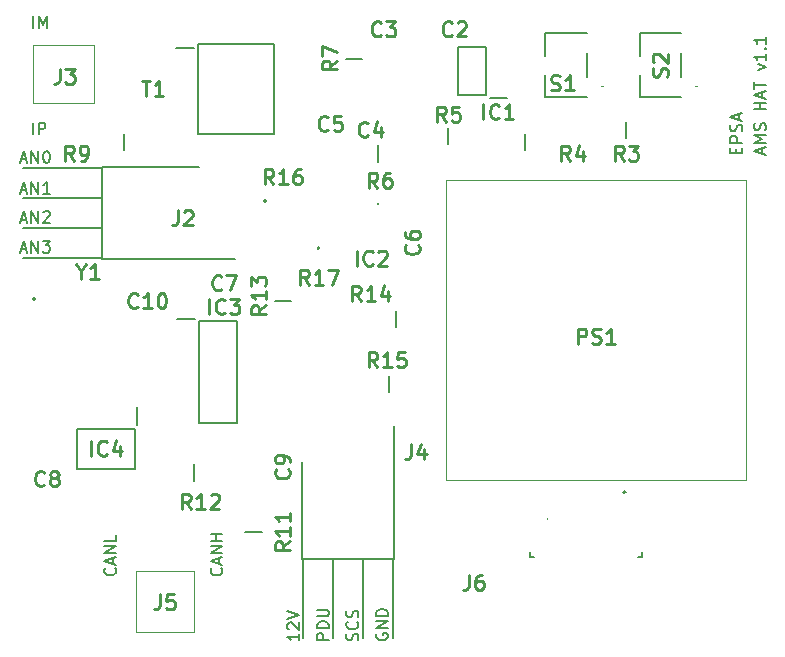
<source format=gto>
G04 #@! TF.GenerationSoftware,KiCad,Pcbnew,8.0.2*
G04 #@! TF.CreationDate,2024-07-09T10:44:42+02:00*
G04 #@! TF.ProjectId,AMS Dongle,414d5320-446f-46e6-976c-652e6b696361,rev?*
G04 #@! TF.SameCoordinates,Original*
G04 #@! TF.FileFunction,Legend,Top*
G04 #@! TF.FilePolarity,Positive*
%FSLAX46Y46*%
G04 Gerber Fmt 4.6, Leading zero omitted, Abs format (unit mm)*
G04 Created by KiCad (PCBNEW 8.0.2) date 2024-07-09 10:44:42*
%MOMM*%
%LPD*%
G01*
G04 APERTURE LIST*
%ADD10C,0.150000*%
%ADD11C,0.254000*%
%ADD12C,0.200000*%
%ADD13C,0.100000*%
G04 APERTURE END LIST*
D10*
X100789160Y-65584104D02*
X101265350Y-65584104D01*
X100693922Y-65869819D02*
X101027255Y-64869819D01*
X101027255Y-64869819D02*
X101360588Y-65869819D01*
X101693922Y-65869819D02*
X101693922Y-64869819D01*
X101693922Y-64869819D02*
X102265350Y-65869819D01*
X102265350Y-65869819D02*
X102265350Y-64869819D01*
X103265350Y-65869819D02*
X102693922Y-65869819D01*
X102979636Y-65869819D02*
X102979636Y-64869819D01*
X102979636Y-64869819D02*
X102884398Y-65012676D01*
X102884398Y-65012676D02*
X102789160Y-65107914D01*
X102789160Y-65107914D02*
X102693922Y-65155533D01*
X117774580Y-97591792D02*
X117822200Y-97639411D01*
X117822200Y-97639411D02*
X117869819Y-97782268D01*
X117869819Y-97782268D02*
X117869819Y-97877506D01*
X117869819Y-97877506D02*
X117822200Y-98020363D01*
X117822200Y-98020363D02*
X117726961Y-98115601D01*
X117726961Y-98115601D02*
X117631723Y-98163220D01*
X117631723Y-98163220D02*
X117441247Y-98210839D01*
X117441247Y-98210839D02*
X117298390Y-98210839D01*
X117298390Y-98210839D02*
X117107914Y-98163220D01*
X117107914Y-98163220D02*
X117012676Y-98115601D01*
X117012676Y-98115601D02*
X116917438Y-98020363D01*
X116917438Y-98020363D02*
X116869819Y-97877506D01*
X116869819Y-97877506D02*
X116869819Y-97782268D01*
X116869819Y-97782268D02*
X116917438Y-97639411D01*
X116917438Y-97639411D02*
X116965057Y-97591792D01*
X117584104Y-97210839D02*
X117584104Y-96734649D01*
X117869819Y-97306077D02*
X116869819Y-96972744D01*
X116869819Y-96972744D02*
X117869819Y-96639411D01*
X117869819Y-96306077D02*
X116869819Y-96306077D01*
X116869819Y-96306077D02*
X117869819Y-95734649D01*
X117869819Y-95734649D02*
X116869819Y-95734649D01*
X117869819Y-95258458D02*
X116869819Y-95258458D01*
X117346009Y-95258458D02*
X117346009Y-94687030D01*
X117869819Y-94687030D02*
X116869819Y-94687030D01*
X163584104Y-62510839D02*
X163584104Y-62034649D01*
X163869819Y-62606077D02*
X162869819Y-62272744D01*
X162869819Y-62272744D02*
X163869819Y-61939411D01*
X163869819Y-61606077D02*
X162869819Y-61606077D01*
X162869819Y-61606077D02*
X163584104Y-61272744D01*
X163584104Y-61272744D02*
X162869819Y-60939411D01*
X162869819Y-60939411D02*
X163869819Y-60939411D01*
X163822200Y-60510839D02*
X163869819Y-60367982D01*
X163869819Y-60367982D02*
X163869819Y-60129887D01*
X163869819Y-60129887D02*
X163822200Y-60034649D01*
X163822200Y-60034649D02*
X163774580Y-59987030D01*
X163774580Y-59987030D02*
X163679342Y-59939411D01*
X163679342Y-59939411D02*
X163584104Y-59939411D01*
X163584104Y-59939411D02*
X163488866Y-59987030D01*
X163488866Y-59987030D02*
X163441247Y-60034649D01*
X163441247Y-60034649D02*
X163393628Y-60129887D01*
X163393628Y-60129887D02*
X163346009Y-60320363D01*
X163346009Y-60320363D02*
X163298390Y-60415601D01*
X163298390Y-60415601D02*
X163250771Y-60463220D01*
X163250771Y-60463220D02*
X163155533Y-60510839D01*
X163155533Y-60510839D02*
X163060295Y-60510839D01*
X163060295Y-60510839D02*
X162965057Y-60463220D01*
X162965057Y-60463220D02*
X162917438Y-60415601D01*
X162917438Y-60415601D02*
X162869819Y-60320363D01*
X162869819Y-60320363D02*
X162869819Y-60082268D01*
X162869819Y-60082268D02*
X162917438Y-59939411D01*
X163869819Y-58748934D02*
X162869819Y-58748934D01*
X163346009Y-58748934D02*
X163346009Y-58177506D01*
X163869819Y-58177506D02*
X162869819Y-58177506D01*
X163584104Y-57748934D02*
X163584104Y-57272744D01*
X163869819Y-57844172D02*
X162869819Y-57510839D01*
X162869819Y-57510839D02*
X163869819Y-57177506D01*
X162869819Y-56987029D02*
X162869819Y-56415601D01*
X163869819Y-56701315D02*
X162869819Y-56701315D01*
X163203152Y-55415600D02*
X163869819Y-55177505D01*
X163869819Y-55177505D02*
X163203152Y-54939410D01*
X163869819Y-54034648D02*
X163869819Y-54606076D01*
X163869819Y-54320362D02*
X162869819Y-54320362D01*
X162869819Y-54320362D02*
X163012676Y-54415600D01*
X163012676Y-54415600D02*
X163107914Y-54510838D01*
X163107914Y-54510838D02*
X163155533Y-54606076D01*
X163774580Y-53606076D02*
X163822200Y-53558457D01*
X163822200Y-53558457D02*
X163869819Y-53606076D01*
X163869819Y-53606076D02*
X163822200Y-53653695D01*
X163822200Y-53653695D02*
X163774580Y-53606076D01*
X163774580Y-53606076D02*
X163869819Y-53606076D01*
X163869819Y-52606077D02*
X163869819Y-53177505D01*
X163869819Y-52891791D02*
X162869819Y-52891791D01*
X162869819Y-52891791D02*
X163012676Y-52987029D01*
X163012676Y-52987029D02*
X163107914Y-53082267D01*
X163107914Y-53082267D02*
X163155533Y-53177505D01*
X161346009Y-62463220D02*
X161346009Y-62129887D01*
X161869819Y-61987030D02*
X161869819Y-62463220D01*
X161869819Y-62463220D02*
X160869819Y-62463220D01*
X160869819Y-62463220D02*
X160869819Y-61987030D01*
X161869819Y-61558458D02*
X160869819Y-61558458D01*
X160869819Y-61558458D02*
X160869819Y-61177506D01*
X160869819Y-61177506D02*
X160917438Y-61082268D01*
X160917438Y-61082268D02*
X160965057Y-61034649D01*
X160965057Y-61034649D02*
X161060295Y-60987030D01*
X161060295Y-60987030D02*
X161203152Y-60987030D01*
X161203152Y-60987030D02*
X161298390Y-61034649D01*
X161298390Y-61034649D02*
X161346009Y-61082268D01*
X161346009Y-61082268D02*
X161393628Y-61177506D01*
X161393628Y-61177506D02*
X161393628Y-61558458D01*
X161822200Y-60606077D02*
X161869819Y-60463220D01*
X161869819Y-60463220D02*
X161869819Y-60225125D01*
X161869819Y-60225125D02*
X161822200Y-60129887D01*
X161822200Y-60129887D02*
X161774580Y-60082268D01*
X161774580Y-60082268D02*
X161679342Y-60034649D01*
X161679342Y-60034649D02*
X161584104Y-60034649D01*
X161584104Y-60034649D02*
X161488866Y-60082268D01*
X161488866Y-60082268D02*
X161441247Y-60129887D01*
X161441247Y-60129887D02*
X161393628Y-60225125D01*
X161393628Y-60225125D02*
X161346009Y-60415601D01*
X161346009Y-60415601D02*
X161298390Y-60510839D01*
X161298390Y-60510839D02*
X161250771Y-60558458D01*
X161250771Y-60558458D02*
X161155533Y-60606077D01*
X161155533Y-60606077D02*
X161060295Y-60606077D01*
X161060295Y-60606077D02*
X160965057Y-60558458D01*
X160965057Y-60558458D02*
X160917438Y-60510839D01*
X160917438Y-60510839D02*
X160869819Y-60415601D01*
X160869819Y-60415601D02*
X160869819Y-60177506D01*
X160869819Y-60177506D02*
X160917438Y-60034649D01*
X161584104Y-59653696D02*
X161584104Y-59177506D01*
X161869819Y-59748934D02*
X160869819Y-59415601D01*
X160869819Y-59415601D02*
X161869819Y-59082268D01*
X108774580Y-97591792D02*
X108822200Y-97639411D01*
X108822200Y-97639411D02*
X108869819Y-97782268D01*
X108869819Y-97782268D02*
X108869819Y-97877506D01*
X108869819Y-97877506D02*
X108822200Y-98020363D01*
X108822200Y-98020363D02*
X108726961Y-98115601D01*
X108726961Y-98115601D02*
X108631723Y-98163220D01*
X108631723Y-98163220D02*
X108441247Y-98210839D01*
X108441247Y-98210839D02*
X108298390Y-98210839D01*
X108298390Y-98210839D02*
X108107914Y-98163220D01*
X108107914Y-98163220D02*
X108012676Y-98115601D01*
X108012676Y-98115601D02*
X107917438Y-98020363D01*
X107917438Y-98020363D02*
X107869819Y-97877506D01*
X107869819Y-97877506D02*
X107869819Y-97782268D01*
X107869819Y-97782268D02*
X107917438Y-97639411D01*
X107917438Y-97639411D02*
X107965057Y-97591792D01*
X108584104Y-97210839D02*
X108584104Y-96734649D01*
X108869819Y-97306077D02*
X107869819Y-96972744D01*
X107869819Y-96972744D02*
X108869819Y-96639411D01*
X108869819Y-96306077D02*
X107869819Y-96306077D01*
X107869819Y-96306077D02*
X108869819Y-95734649D01*
X108869819Y-95734649D02*
X107869819Y-95734649D01*
X108869819Y-94782268D02*
X108869819Y-95258458D01*
X108869819Y-95258458D02*
X107869819Y-95258458D01*
X126869819Y-103663220D02*
X125869819Y-103663220D01*
X125869819Y-103663220D02*
X125869819Y-103282268D01*
X125869819Y-103282268D02*
X125917438Y-103187030D01*
X125917438Y-103187030D02*
X125965057Y-103139411D01*
X125965057Y-103139411D02*
X126060295Y-103091792D01*
X126060295Y-103091792D02*
X126203152Y-103091792D01*
X126203152Y-103091792D02*
X126298390Y-103139411D01*
X126298390Y-103139411D02*
X126346009Y-103187030D01*
X126346009Y-103187030D02*
X126393628Y-103282268D01*
X126393628Y-103282268D02*
X126393628Y-103663220D01*
X126869819Y-102663220D02*
X125869819Y-102663220D01*
X125869819Y-102663220D02*
X125869819Y-102425125D01*
X125869819Y-102425125D02*
X125917438Y-102282268D01*
X125917438Y-102282268D02*
X126012676Y-102187030D01*
X126012676Y-102187030D02*
X126107914Y-102139411D01*
X126107914Y-102139411D02*
X126298390Y-102091792D01*
X126298390Y-102091792D02*
X126441247Y-102091792D01*
X126441247Y-102091792D02*
X126631723Y-102139411D01*
X126631723Y-102139411D02*
X126726961Y-102187030D01*
X126726961Y-102187030D02*
X126822200Y-102282268D01*
X126822200Y-102282268D02*
X126869819Y-102425125D01*
X126869819Y-102425125D02*
X126869819Y-102663220D01*
X125869819Y-101663220D02*
X126679342Y-101663220D01*
X126679342Y-101663220D02*
X126774580Y-101615601D01*
X126774580Y-101615601D02*
X126822200Y-101567982D01*
X126822200Y-101567982D02*
X126869819Y-101472744D01*
X126869819Y-101472744D02*
X126869819Y-101282268D01*
X126869819Y-101282268D02*
X126822200Y-101187030D01*
X126822200Y-101187030D02*
X126774580Y-101139411D01*
X126774580Y-101139411D02*
X126679342Y-101091792D01*
X126679342Y-101091792D02*
X125869819Y-101091792D01*
X101836779Y-51869819D02*
X101836779Y-50869819D01*
X102312969Y-51869819D02*
X102312969Y-50869819D01*
X102312969Y-50869819D02*
X102646302Y-51584104D01*
X102646302Y-51584104D02*
X102979635Y-50869819D01*
X102979635Y-50869819D02*
X102979635Y-51869819D01*
X129322200Y-103710839D02*
X129369819Y-103567982D01*
X129369819Y-103567982D02*
X129369819Y-103329887D01*
X129369819Y-103329887D02*
X129322200Y-103234649D01*
X129322200Y-103234649D02*
X129274580Y-103187030D01*
X129274580Y-103187030D02*
X129179342Y-103139411D01*
X129179342Y-103139411D02*
X129084104Y-103139411D01*
X129084104Y-103139411D02*
X128988866Y-103187030D01*
X128988866Y-103187030D02*
X128941247Y-103234649D01*
X128941247Y-103234649D02*
X128893628Y-103329887D01*
X128893628Y-103329887D02*
X128846009Y-103520363D01*
X128846009Y-103520363D02*
X128798390Y-103615601D01*
X128798390Y-103615601D02*
X128750771Y-103663220D01*
X128750771Y-103663220D02*
X128655533Y-103710839D01*
X128655533Y-103710839D02*
X128560295Y-103710839D01*
X128560295Y-103710839D02*
X128465057Y-103663220D01*
X128465057Y-103663220D02*
X128417438Y-103615601D01*
X128417438Y-103615601D02*
X128369819Y-103520363D01*
X128369819Y-103520363D02*
X128369819Y-103282268D01*
X128369819Y-103282268D02*
X128417438Y-103139411D01*
X129274580Y-102139411D02*
X129322200Y-102187030D01*
X129322200Y-102187030D02*
X129369819Y-102329887D01*
X129369819Y-102329887D02*
X129369819Y-102425125D01*
X129369819Y-102425125D02*
X129322200Y-102567982D01*
X129322200Y-102567982D02*
X129226961Y-102663220D01*
X129226961Y-102663220D02*
X129131723Y-102710839D01*
X129131723Y-102710839D02*
X128941247Y-102758458D01*
X128941247Y-102758458D02*
X128798390Y-102758458D01*
X128798390Y-102758458D02*
X128607914Y-102710839D01*
X128607914Y-102710839D02*
X128512676Y-102663220D01*
X128512676Y-102663220D02*
X128417438Y-102567982D01*
X128417438Y-102567982D02*
X128369819Y-102425125D01*
X128369819Y-102425125D02*
X128369819Y-102329887D01*
X128369819Y-102329887D02*
X128417438Y-102187030D01*
X128417438Y-102187030D02*
X128465057Y-102139411D01*
X129322200Y-101758458D02*
X129369819Y-101615601D01*
X129369819Y-101615601D02*
X129369819Y-101377506D01*
X129369819Y-101377506D02*
X129322200Y-101282268D01*
X129322200Y-101282268D02*
X129274580Y-101234649D01*
X129274580Y-101234649D02*
X129179342Y-101187030D01*
X129179342Y-101187030D02*
X129084104Y-101187030D01*
X129084104Y-101187030D02*
X128988866Y-101234649D01*
X128988866Y-101234649D02*
X128941247Y-101282268D01*
X128941247Y-101282268D02*
X128893628Y-101377506D01*
X128893628Y-101377506D02*
X128846009Y-101567982D01*
X128846009Y-101567982D02*
X128798390Y-101663220D01*
X128798390Y-101663220D02*
X128750771Y-101710839D01*
X128750771Y-101710839D02*
X128655533Y-101758458D01*
X128655533Y-101758458D02*
X128560295Y-101758458D01*
X128560295Y-101758458D02*
X128465057Y-101710839D01*
X128465057Y-101710839D02*
X128417438Y-101663220D01*
X128417438Y-101663220D02*
X128369819Y-101567982D01*
X128369819Y-101567982D02*
X128369819Y-101329887D01*
X128369819Y-101329887D02*
X128417438Y-101187030D01*
X100789160Y-62984104D02*
X101265350Y-62984104D01*
X100693922Y-63269819D02*
X101027255Y-62269819D01*
X101027255Y-62269819D02*
X101360588Y-63269819D01*
X101693922Y-63269819D02*
X101693922Y-62269819D01*
X101693922Y-62269819D02*
X102265350Y-63269819D01*
X102265350Y-63269819D02*
X102265350Y-62269819D01*
X102932017Y-62269819D02*
X103027255Y-62269819D01*
X103027255Y-62269819D02*
X103122493Y-62317438D01*
X103122493Y-62317438D02*
X103170112Y-62365057D01*
X103170112Y-62365057D02*
X103217731Y-62460295D01*
X103217731Y-62460295D02*
X103265350Y-62650771D01*
X103265350Y-62650771D02*
X103265350Y-62888866D01*
X103265350Y-62888866D02*
X103217731Y-63079342D01*
X103217731Y-63079342D02*
X103170112Y-63174580D01*
X103170112Y-63174580D02*
X103122493Y-63222200D01*
X103122493Y-63222200D02*
X103027255Y-63269819D01*
X103027255Y-63269819D02*
X102932017Y-63269819D01*
X102932017Y-63269819D02*
X102836779Y-63222200D01*
X102836779Y-63222200D02*
X102789160Y-63174580D01*
X102789160Y-63174580D02*
X102741541Y-63079342D01*
X102741541Y-63079342D02*
X102693922Y-62888866D01*
X102693922Y-62888866D02*
X102693922Y-62650771D01*
X102693922Y-62650771D02*
X102741541Y-62460295D01*
X102741541Y-62460295D02*
X102789160Y-62365057D01*
X102789160Y-62365057D02*
X102836779Y-62317438D01*
X102836779Y-62317438D02*
X102932017Y-62269819D01*
X101836779Y-60869819D02*
X101836779Y-59869819D01*
X102312969Y-60869819D02*
X102312969Y-59869819D01*
X102312969Y-59869819D02*
X102693921Y-59869819D01*
X102693921Y-59869819D02*
X102789159Y-59917438D01*
X102789159Y-59917438D02*
X102836778Y-59965057D01*
X102836778Y-59965057D02*
X102884397Y-60060295D01*
X102884397Y-60060295D02*
X102884397Y-60203152D01*
X102884397Y-60203152D02*
X102836778Y-60298390D01*
X102836778Y-60298390D02*
X102789159Y-60346009D01*
X102789159Y-60346009D02*
X102693921Y-60393628D01*
X102693921Y-60393628D02*
X102312969Y-60393628D01*
X100789160Y-70584104D02*
X101265350Y-70584104D01*
X100693922Y-70869819D02*
X101027255Y-69869819D01*
X101027255Y-69869819D02*
X101360588Y-70869819D01*
X101693922Y-70869819D02*
X101693922Y-69869819D01*
X101693922Y-69869819D02*
X102265350Y-70869819D01*
X102265350Y-70869819D02*
X102265350Y-69869819D01*
X102646303Y-69869819D02*
X103265350Y-69869819D01*
X103265350Y-69869819D02*
X102932017Y-70250771D01*
X102932017Y-70250771D02*
X103074874Y-70250771D01*
X103074874Y-70250771D02*
X103170112Y-70298390D01*
X103170112Y-70298390D02*
X103217731Y-70346009D01*
X103217731Y-70346009D02*
X103265350Y-70441247D01*
X103265350Y-70441247D02*
X103265350Y-70679342D01*
X103265350Y-70679342D02*
X103217731Y-70774580D01*
X103217731Y-70774580D02*
X103170112Y-70822200D01*
X103170112Y-70822200D02*
X103074874Y-70869819D01*
X103074874Y-70869819D02*
X102789160Y-70869819D01*
X102789160Y-70869819D02*
X102693922Y-70822200D01*
X102693922Y-70822200D02*
X102646303Y-70774580D01*
X130917438Y-103139411D02*
X130869819Y-103234649D01*
X130869819Y-103234649D02*
X130869819Y-103377506D01*
X130869819Y-103377506D02*
X130917438Y-103520363D01*
X130917438Y-103520363D02*
X131012676Y-103615601D01*
X131012676Y-103615601D02*
X131107914Y-103663220D01*
X131107914Y-103663220D02*
X131298390Y-103710839D01*
X131298390Y-103710839D02*
X131441247Y-103710839D01*
X131441247Y-103710839D02*
X131631723Y-103663220D01*
X131631723Y-103663220D02*
X131726961Y-103615601D01*
X131726961Y-103615601D02*
X131822200Y-103520363D01*
X131822200Y-103520363D02*
X131869819Y-103377506D01*
X131869819Y-103377506D02*
X131869819Y-103282268D01*
X131869819Y-103282268D02*
X131822200Y-103139411D01*
X131822200Y-103139411D02*
X131774580Y-103091792D01*
X131774580Y-103091792D02*
X131441247Y-103091792D01*
X131441247Y-103091792D02*
X131441247Y-103282268D01*
X131869819Y-102663220D02*
X130869819Y-102663220D01*
X130869819Y-102663220D02*
X131869819Y-102091792D01*
X131869819Y-102091792D02*
X130869819Y-102091792D01*
X131869819Y-101615601D02*
X130869819Y-101615601D01*
X130869819Y-101615601D02*
X130869819Y-101377506D01*
X130869819Y-101377506D02*
X130917438Y-101234649D01*
X130917438Y-101234649D02*
X131012676Y-101139411D01*
X131012676Y-101139411D02*
X131107914Y-101091792D01*
X131107914Y-101091792D02*
X131298390Y-101044173D01*
X131298390Y-101044173D02*
X131441247Y-101044173D01*
X131441247Y-101044173D02*
X131631723Y-101091792D01*
X131631723Y-101091792D02*
X131726961Y-101139411D01*
X131726961Y-101139411D02*
X131822200Y-101234649D01*
X131822200Y-101234649D02*
X131869819Y-101377506D01*
X131869819Y-101377506D02*
X131869819Y-101615601D01*
X100789160Y-68084104D02*
X101265350Y-68084104D01*
X100693922Y-68369819D02*
X101027255Y-67369819D01*
X101027255Y-67369819D02*
X101360588Y-68369819D01*
X101693922Y-68369819D02*
X101693922Y-67369819D01*
X101693922Y-67369819D02*
X102265350Y-68369819D01*
X102265350Y-68369819D02*
X102265350Y-67369819D01*
X102693922Y-67465057D02*
X102741541Y-67417438D01*
X102741541Y-67417438D02*
X102836779Y-67369819D01*
X102836779Y-67369819D02*
X103074874Y-67369819D01*
X103074874Y-67369819D02*
X103170112Y-67417438D01*
X103170112Y-67417438D02*
X103217731Y-67465057D01*
X103217731Y-67465057D02*
X103265350Y-67560295D01*
X103265350Y-67560295D02*
X103265350Y-67655533D01*
X103265350Y-67655533D02*
X103217731Y-67798390D01*
X103217731Y-67798390D02*
X102646303Y-68369819D01*
X102646303Y-68369819D02*
X103265350Y-68369819D01*
X124369819Y-103139411D02*
X124369819Y-103710839D01*
X124369819Y-103425125D02*
X123369819Y-103425125D01*
X123369819Y-103425125D02*
X123512676Y-103520363D01*
X123512676Y-103520363D02*
X123607914Y-103615601D01*
X123607914Y-103615601D02*
X123655533Y-103710839D01*
X123465057Y-102758458D02*
X123417438Y-102710839D01*
X123417438Y-102710839D02*
X123369819Y-102615601D01*
X123369819Y-102615601D02*
X123369819Y-102377506D01*
X123369819Y-102377506D02*
X123417438Y-102282268D01*
X123417438Y-102282268D02*
X123465057Y-102234649D01*
X123465057Y-102234649D02*
X123560295Y-102187030D01*
X123560295Y-102187030D02*
X123655533Y-102187030D01*
X123655533Y-102187030D02*
X123798390Y-102234649D01*
X123798390Y-102234649D02*
X124369819Y-102806077D01*
X124369819Y-102806077D02*
X124369819Y-102187030D01*
X123369819Y-101901315D02*
X124369819Y-101567982D01*
X124369819Y-101567982D02*
X123369819Y-101234649D01*
D11*
X125183571Y-73574318D02*
X124760237Y-72969556D01*
X124457856Y-73574318D02*
X124457856Y-72304318D01*
X124457856Y-72304318D02*
X124941666Y-72304318D01*
X124941666Y-72304318D02*
X125062618Y-72364794D01*
X125062618Y-72364794D02*
X125123095Y-72425270D01*
X125123095Y-72425270D02*
X125183571Y-72546222D01*
X125183571Y-72546222D02*
X125183571Y-72727651D01*
X125183571Y-72727651D02*
X125123095Y-72848603D01*
X125123095Y-72848603D02*
X125062618Y-72909080D01*
X125062618Y-72909080D02*
X124941666Y-72969556D01*
X124941666Y-72969556D02*
X124457856Y-72969556D01*
X126393095Y-73574318D02*
X125667380Y-73574318D01*
X126030237Y-73574318D02*
X126030237Y-72304318D01*
X126030237Y-72304318D02*
X125909285Y-72485746D01*
X125909285Y-72485746D02*
X125788333Y-72606699D01*
X125788333Y-72606699D02*
X125667380Y-72667175D01*
X126816428Y-72304318D02*
X127663095Y-72304318D01*
X127663095Y-72304318D02*
X127118809Y-73574318D01*
X123453365Y-89211666D02*
X123513842Y-89272142D01*
X123513842Y-89272142D02*
X123574318Y-89453571D01*
X123574318Y-89453571D02*
X123574318Y-89574523D01*
X123574318Y-89574523D02*
X123513842Y-89755952D01*
X123513842Y-89755952D02*
X123392889Y-89876904D01*
X123392889Y-89876904D02*
X123271937Y-89937381D01*
X123271937Y-89937381D02*
X123030032Y-89997857D01*
X123030032Y-89997857D02*
X122848603Y-89997857D01*
X122848603Y-89997857D02*
X122606699Y-89937381D01*
X122606699Y-89937381D02*
X122485746Y-89876904D01*
X122485746Y-89876904D02*
X122364794Y-89755952D01*
X122364794Y-89755952D02*
X122304318Y-89574523D01*
X122304318Y-89574523D02*
X122304318Y-89453571D01*
X122304318Y-89453571D02*
X122364794Y-89272142D01*
X122364794Y-89272142D02*
X122425270Y-89211666D01*
X123574318Y-88606904D02*
X123574318Y-88365000D01*
X123574318Y-88365000D02*
X123513842Y-88244047D01*
X123513842Y-88244047D02*
X123453365Y-88183571D01*
X123453365Y-88183571D02*
X123271937Y-88062619D01*
X123271937Y-88062619D02*
X123030032Y-88002142D01*
X123030032Y-88002142D02*
X122546222Y-88002142D01*
X122546222Y-88002142D02*
X122425270Y-88062619D01*
X122425270Y-88062619D02*
X122364794Y-88123095D01*
X122364794Y-88123095D02*
X122304318Y-88244047D01*
X122304318Y-88244047D02*
X122304318Y-88485952D01*
X122304318Y-88485952D02*
X122364794Y-88606904D01*
X122364794Y-88606904D02*
X122425270Y-88667381D01*
X122425270Y-88667381D02*
X122546222Y-88727857D01*
X122546222Y-88727857D02*
X122848603Y-88727857D01*
X122848603Y-88727857D02*
X122969556Y-88667381D01*
X122969556Y-88667381D02*
X123030032Y-88606904D01*
X123030032Y-88606904D02*
X123090508Y-88485952D01*
X123090508Y-88485952D02*
X123090508Y-88244047D01*
X123090508Y-88244047D02*
X123030032Y-88123095D01*
X123030032Y-88123095D02*
X122969556Y-88062619D01*
X122969556Y-88062619D02*
X122848603Y-88002142D01*
X130188333Y-60953365D02*
X130127857Y-61013842D01*
X130127857Y-61013842D02*
X129946428Y-61074318D01*
X129946428Y-61074318D02*
X129825476Y-61074318D01*
X129825476Y-61074318D02*
X129644047Y-61013842D01*
X129644047Y-61013842D02*
X129523095Y-60892889D01*
X129523095Y-60892889D02*
X129462618Y-60771937D01*
X129462618Y-60771937D02*
X129402142Y-60530032D01*
X129402142Y-60530032D02*
X129402142Y-60348603D01*
X129402142Y-60348603D02*
X129462618Y-60106699D01*
X129462618Y-60106699D02*
X129523095Y-59985746D01*
X129523095Y-59985746D02*
X129644047Y-59864794D01*
X129644047Y-59864794D02*
X129825476Y-59804318D01*
X129825476Y-59804318D02*
X129946428Y-59804318D01*
X129946428Y-59804318D02*
X130127857Y-59864794D01*
X130127857Y-59864794D02*
X130188333Y-59925270D01*
X131276904Y-60227651D02*
X131276904Y-61074318D01*
X130974523Y-59743842D02*
X130672142Y-60650984D01*
X130672142Y-60650984D02*
X131458333Y-60650984D01*
X138726667Y-98154318D02*
X138726667Y-99061461D01*
X138726667Y-99061461D02*
X138666190Y-99242889D01*
X138666190Y-99242889D02*
X138545238Y-99363842D01*
X138545238Y-99363842D02*
X138363809Y-99424318D01*
X138363809Y-99424318D02*
X138242857Y-99424318D01*
X139875714Y-98154318D02*
X139633809Y-98154318D01*
X139633809Y-98154318D02*
X139512857Y-98214794D01*
X139512857Y-98214794D02*
X139452381Y-98275270D01*
X139452381Y-98275270D02*
X139331428Y-98456699D01*
X139331428Y-98456699D02*
X139270952Y-98698603D01*
X139270952Y-98698603D02*
X139270952Y-99182413D01*
X139270952Y-99182413D02*
X139331428Y-99303365D01*
X139331428Y-99303365D02*
X139391905Y-99363842D01*
X139391905Y-99363842D02*
X139512857Y-99424318D01*
X139512857Y-99424318D02*
X139754762Y-99424318D01*
X139754762Y-99424318D02*
X139875714Y-99363842D01*
X139875714Y-99363842D02*
X139936190Y-99303365D01*
X139936190Y-99303365D02*
X139996667Y-99182413D01*
X139996667Y-99182413D02*
X139996667Y-98880032D01*
X139996667Y-98880032D02*
X139936190Y-98759080D01*
X139936190Y-98759080D02*
X139875714Y-98698603D01*
X139875714Y-98698603D02*
X139754762Y-98638127D01*
X139754762Y-98638127D02*
X139512857Y-98638127D01*
X139512857Y-98638127D02*
X139391905Y-98698603D01*
X139391905Y-98698603D02*
X139331428Y-98759080D01*
X139331428Y-98759080D02*
X139270952Y-98880032D01*
X151838333Y-63074318D02*
X151414999Y-62469556D01*
X151112618Y-63074318D02*
X151112618Y-61804318D01*
X151112618Y-61804318D02*
X151596428Y-61804318D01*
X151596428Y-61804318D02*
X151717380Y-61864794D01*
X151717380Y-61864794D02*
X151777857Y-61925270D01*
X151777857Y-61925270D02*
X151838333Y-62046222D01*
X151838333Y-62046222D02*
X151838333Y-62227651D01*
X151838333Y-62227651D02*
X151777857Y-62348603D01*
X151777857Y-62348603D02*
X151717380Y-62409080D01*
X151717380Y-62409080D02*
X151596428Y-62469556D01*
X151596428Y-62469556D02*
X151112618Y-62469556D01*
X152261666Y-61804318D02*
X153047857Y-61804318D01*
X153047857Y-61804318D02*
X152624523Y-62288127D01*
X152624523Y-62288127D02*
X152805952Y-62288127D01*
X152805952Y-62288127D02*
X152926904Y-62348603D01*
X152926904Y-62348603D02*
X152987380Y-62409080D01*
X152987380Y-62409080D02*
X153047857Y-62530032D01*
X153047857Y-62530032D02*
X153047857Y-62832413D01*
X153047857Y-62832413D02*
X152987380Y-62953365D01*
X152987380Y-62953365D02*
X152926904Y-63013842D01*
X152926904Y-63013842D02*
X152805952Y-63074318D01*
X152805952Y-63074318D02*
X152443095Y-63074318D01*
X152443095Y-63074318D02*
X152322142Y-63013842D01*
X152322142Y-63013842D02*
X152261666Y-62953365D01*
X127574318Y-54611666D02*
X126969556Y-55035000D01*
X127574318Y-55337381D02*
X126304318Y-55337381D01*
X126304318Y-55337381D02*
X126304318Y-54853571D01*
X126304318Y-54853571D02*
X126364794Y-54732619D01*
X126364794Y-54732619D02*
X126425270Y-54672142D01*
X126425270Y-54672142D02*
X126546222Y-54611666D01*
X126546222Y-54611666D02*
X126727651Y-54611666D01*
X126727651Y-54611666D02*
X126848603Y-54672142D01*
X126848603Y-54672142D02*
X126909080Y-54732619D01*
X126909080Y-54732619D02*
X126969556Y-54853571D01*
X126969556Y-54853571D02*
X126969556Y-55337381D01*
X126304318Y-54188333D02*
X126304318Y-53341666D01*
X126304318Y-53341666D02*
X127574318Y-53885952D01*
X121574318Y-75316428D02*
X120969556Y-75739762D01*
X121574318Y-76042143D02*
X120304318Y-76042143D01*
X120304318Y-76042143D02*
X120304318Y-75558333D01*
X120304318Y-75558333D02*
X120364794Y-75437381D01*
X120364794Y-75437381D02*
X120425270Y-75376904D01*
X120425270Y-75376904D02*
X120546222Y-75316428D01*
X120546222Y-75316428D02*
X120727651Y-75316428D01*
X120727651Y-75316428D02*
X120848603Y-75376904D01*
X120848603Y-75376904D02*
X120909080Y-75437381D01*
X120909080Y-75437381D02*
X120969556Y-75558333D01*
X120969556Y-75558333D02*
X120969556Y-76042143D01*
X121574318Y-74106904D02*
X121574318Y-74832619D01*
X121574318Y-74469762D02*
X120304318Y-74469762D01*
X120304318Y-74469762D02*
X120485746Y-74590714D01*
X120485746Y-74590714D02*
X120606699Y-74711666D01*
X120606699Y-74711666D02*
X120667175Y-74832619D01*
X120304318Y-73683571D02*
X120304318Y-72897380D01*
X120304318Y-72897380D02*
X120788127Y-73320714D01*
X120788127Y-73320714D02*
X120788127Y-73139285D01*
X120788127Y-73139285D02*
X120848603Y-73018333D01*
X120848603Y-73018333D02*
X120909080Y-72957857D01*
X120909080Y-72957857D02*
X121030032Y-72897380D01*
X121030032Y-72897380D02*
X121332413Y-72897380D01*
X121332413Y-72897380D02*
X121453365Y-72957857D01*
X121453365Y-72957857D02*
X121513842Y-73018333D01*
X121513842Y-73018333D02*
X121574318Y-73139285D01*
X121574318Y-73139285D02*
X121574318Y-73502142D01*
X121574318Y-73502142D02*
X121513842Y-73623095D01*
X121513842Y-73623095D02*
X121453365Y-73683571D01*
X105288333Y-63074318D02*
X104864999Y-62469556D01*
X104562618Y-63074318D02*
X104562618Y-61804318D01*
X104562618Y-61804318D02*
X105046428Y-61804318D01*
X105046428Y-61804318D02*
X105167380Y-61864794D01*
X105167380Y-61864794D02*
X105227857Y-61925270D01*
X105227857Y-61925270D02*
X105288333Y-62046222D01*
X105288333Y-62046222D02*
X105288333Y-62227651D01*
X105288333Y-62227651D02*
X105227857Y-62348603D01*
X105227857Y-62348603D02*
X105167380Y-62409080D01*
X105167380Y-62409080D02*
X105046428Y-62469556D01*
X105046428Y-62469556D02*
X104562618Y-62469556D01*
X105893095Y-63074318D02*
X106134999Y-63074318D01*
X106134999Y-63074318D02*
X106255952Y-63013842D01*
X106255952Y-63013842D02*
X106316428Y-62953365D01*
X106316428Y-62953365D02*
X106437380Y-62771937D01*
X106437380Y-62771937D02*
X106497857Y-62530032D01*
X106497857Y-62530032D02*
X106497857Y-62046222D01*
X106497857Y-62046222D02*
X106437380Y-61925270D01*
X106437380Y-61925270D02*
X106376904Y-61864794D01*
X106376904Y-61864794D02*
X106255952Y-61804318D01*
X106255952Y-61804318D02*
X106014047Y-61804318D01*
X106014047Y-61804318D02*
X105893095Y-61864794D01*
X105893095Y-61864794D02*
X105832618Y-61925270D01*
X105832618Y-61925270D02*
X105772142Y-62046222D01*
X105772142Y-62046222D02*
X105772142Y-62348603D01*
X105772142Y-62348603D02*
X105832618Y-62469556D01*
X105832618Y-62469556D02*
X105893095Y-62530032D01*
X105893095Y-62530032D02*
X106014047Y-62590508D01*
X106014047Y-62590508D02*
X106255952Y-62590508D01*
X106255952Y-62590508D02*
X106376904Y-62530032D01*
X106376904Y-62530032D02*
X106437380Y-62469556D01*
X106437380Y-62469556D02*
X106497857Y-62348603D01*
X130988333Y-65374318D02*
X130564999Y-64769556D01*
X130262618Y-65374318D02*
X130262618Y-64104318D01*
X130262618Y-64104318D02*
X130746428Y-64104318D01*
X130746428Y-64104318D02*
X130867380Y-64164794D01*
X130867380Y-64164794D02*
X130927857Y-64225270D01*
X130927857Y-64225270D02*
X130988333Y-64346222D01*
X130988333Y-64346222D02*
X130988333Y-64527651D01*
X130988333Y-64527651D02*
X130927857Y-64648603D01*
X130927857Y-64648603D02*
X130867380Y-64709080D01*
X130867380Y-64709080D02*
X130746428Y-64769556D01*
X130746428Y-64769556D02*
X130262618Y-64769556D01*
X132076904Y-64104318D02*
X131834999Y-64104318D01*
X131834999Y-64104318D02*
X131714047Y-64164794D01*
X131714047Y-64164794D02*
X131653571Y-64225270D01*
X131653571Y-64225270D02*
X131532618Y-64406699D01*
X131532618Y-64406699D02*
X131472142Y-64648603D01*
X131472142Y-64648603D02*
X131472142Y-65132413D01*
X131472142Y-65132413D02*
X131532618Y-65253365D01*
X131532618Y-65253365D02*
X131593095Y-65313842D01*
X131593095Y-65313842D02*
X131714047Y-65374318D01*
X131714047Y-65374318D02*
X131955952Y-65374318D01*
X131955952Y-65374318D02*
X132076904Y-65313842D01*
X132076904Y-65313842D02*
X132137380Y-65253365D01*
X132137380Y-65253365D02*
X132197857Y-65132413D01*
X132197857Y-65132413D02*
X132197857Y-64830032D01*
X132197857Y-64830032D02*
X132137380Y-64709080D01*
X132137380Y-64709080D02*
X132076904Y-64648603D01*
X132076904Y-64648603D02*
X131955952Y-64588127D01*
X131955952Y-64588127D02*
X131714047Y-64588127D01*
X131714047Y-64588127D02*
X131593095Y-64648603D01*
X131593095Y-64648603D02*
X131532618Y-64709080D01*
X131532618Y-64709080D02*
X131472142Y-64830032D01*
X112576667Y-99804318D02*
X112576667Y-100711461D01*
X112576667Y-100711461D02*
X112516190Y-100892889D01*
X112516190Y-100892889D02*
X112395238Y-101013842D01*
X112395238Y-101013842D02*
X112213809Y-101074318D01*
X112213809Y-101074318D02*
X112092857Y-101074318D01*
X113786190Y-99804318D02*
X113181428Y-99804318D01*
X113181428Y-99804318D02*
X113120952Y-100409080D01*
X113120952Y-100409080D02*
X113181428Y-100348603D01*
X113181428Y-100348603D02*
X113302381Y-100288127D01*
X113302381Y-100288127D02*
X113604762Y-100288127D01*
X113604762Y-100288127D02*
X113725714Y-100348603D01*
X113725714Y-100348603D02*
X113786190Y-100409080D01*
X113786190Y-100409080D02*
X113846667Y-100530032D01*
X113846667Y-100530032D02*
X113846667Y-100832413D01*
X113846667Y-100832413D02*
X113786190Y-100953365D01*
X113786190Y-100953365D02*
X113725714Y-101013842D01*
X113725714Y-101013842D02*
X113604762Y-101074318D01*
X113604762Y-101074318D02*
X113302381Y-101074318D01*
X113302381Y-101074318D02*
X113181428Y-101013842D01*
X113181428Y-101013842D02*
X113120952Y-100953365D01*
X123574318Y-95316428D02*
X122969556Y-95739762D01*
X123574318Y-96042143D02*
X122304318Y-96042143D01*
X122304318Y-96042143D02*
X122304318Y-95558333D01*
X122304318Y-95558333D02*
X122364794Y-95437381D01*
X122364794Y-95437381D02*
X122425270Y-95376904D01*
X122425270Y-95376904D02*
X122546222Y-95316428D01*
X122546222Y-95316428D02*
X122727651Y-95316428D01*
X122727651Y-95316428D02*
X122848603Y-95376904D01*
X122848603Y-95376904D02*
X122909080Y-95437381D01*
X122909080Y-95437381D02*
X122969556Y-95558333D01*
X122969556Y-95558333D02*
X122969556Y-96042143D01*
X123574318Y-94106904D02*
X123574318Y-94832619D01*
X123574318Y-94469762D02*
X122304318Y-94469762D01*
X122304318Y-94469762D02*
X122485746Y-94590714D01*
X122485746Y-94590714D02*
X122606699Y-94711666D01*
X122606699Y-94711666D02*
X122667175Y-94832619D01*
X123574318Y-92897380D02*
X123574318Y-93623095D01*
X123574318Y-93260238D02*
X122304318Y-93260238D01*
X122304318Y-93260238D02*
X122485746Y-93381190D01*
X122485746Y-93381190D02*
X122606699Y-93502142D01*
X122606699Y-93502142D02*
X122667175Y-93623095D01*
X131288333Y-52453365D02*
X131227857Y-52513842D01*
X131227857Y-52513842D02*
X131046428Y-52574318D01*
X131046428Y-52574318D02*
X130925476Y-52574318D01*
X130925476Y-52574318D02*
X130744047Y-52513842D01*
X130744047Y-52513842D02*
X130623095Y-52392889D01*
X130623095Y-52392889D02*
X130562618Y-52271937D01*
X130562618Y-52271937D02*
X130502142Y-52030032D01*
X130502142Y-52030032D02*
X130502142Y-51848603D01*
X130502142Y-51848603D02*
X130562618Y-51606699D01*
X130562618Y-51606699D02*
X130623095Y-51485746D01*
X130623095Y-51485746D02*
X130744047Y-51364794D01*
X130744047Y-51364794D02*
X130925476Y-51304318D01*
X130925476Y-51304318D02*
X131046428Y-51304318D01*
X131046428Y-51304318D02*
X131227857Y-51364794D01*
X131227857Y-51364794D02*
X131288333Y-51425270D01*
X131711666Y-51304318D02*
X132497857Y-51304318D01*
X132497857Y-51304318D02*
X132074523Y-51788127D01*
X132074523Y-51788127D02*
X132255952Y-51788127D01*
X132255952Y-51788127D02*
X132376904Y-51848603D01*
X132376904Y-51848603D02*
X132437380Y-51909080D01*
X132437380Y-51909080D02*
X132497857Y-52030032D01*
X132497857Y-52030032D02*
X132497857Y-52332413D01*
X132497857Y-52332413D02*
X132437380Y-52453365D01*
X132437380Y-52453365D02*
X132376904Y-52513842D01*
X132376904Y-52513842D02*
X132255952Y-52574318D01*
X132255952Y-52574318D02*
X131893095Y-52574318D01*
X131893095Y-52574318D02*
X131772142Y-52513842D01*
X131772142Y-52513842D02*
X131711666Y-52453365D01*
X114076667Y-67304318D02*
X114076667Y-68211461D01*
X114076667Y-68211461D02*
X114016190Y-68392889D01*
X114016190Y-68392889D02*
X113895238Y-68513842D01*
X113895238Y-68513842D02*
X113713809Y-68574318D01*
X113713809Y-68574318D02*
X113592857Y-68574318D01*
X114620952Y-67425270D02*
X114681428Y-67364794D01*
X114681428Y-67364794D02*
X114802381Y-67304318D01*
X114802381Y-67304318D02*
X115104762Y-67304318D01*
X115104762Y-67304318D02*
X115225714Y-67364794D01*
X115225714Y-67364794D02*
X115286190Y-67425270D01*
X115286190Y-67425270D02*
X115346667Y-67546222D01*
X115346667Y-67546222D02*
X115346667Y-67667175D01*
X115346667Y-67667175D02*
X115286190Y-67848603D01*
X115286190Y-67848603D02*
X114560476Y-68574318D01*
X114560476Y-68574318D02*
X115346667Y-68574318D01*
X130983571Y-80574318D02*
X130560237Y-79969556D01*
X130257856Y-80574318D02*
X130257856Y-79304318D01*
X130257856Y-79304318D02*
X130741666Y-79304318D01*
X130741666Y-79304318D02*
X130862618Y-79364794D01*
X130862618Y-79364794D02*
X130923095Y-79425270D01*
X130923095Y-79425270D02*
X130983571Y-79546222D01*
X130983571Y-79546222D02*
X130983571Y-79727651D01*
X130983571Y-79727651D02*
X130923095Y-79848603D01*
X130923095Y-79848603D02*
X130862618Y-79909080D01*
X130862618Y-79909080D02*
X130741666Y-79969556D01*
X130741666Y-79969556D02*
X130257856Y-79969556D01*
X132193095Y-80574318D02*
X131467380Y-80574318D01*
X131830237Y-80574318D02*
X131830237Y-79304318D01*
X131830237Y-79304318D02*
X131709285Y-79485746D01*
X131709285Y-79485746D02*
X131588333Y-79606699D01*
X131588333Y-79606699D02*
X131467380Y-79667175D01*
X133342142Y-79304318D02*
X132737380Y-79304318D01*
X132737380Y-79304318D02*
X132676904Y-79909080D01*
X132676904Y-79909080D02*
X132737380Y-79848603D01*
X132737380Y-79848603D02*
X132858333Y-79788127D01*
X132858333Y-79788127D02*
X133160714Y-79788127D01*
X133160714Y-79788127D02*
X133281666Y-79848603D01*
X133281666Y-79848603D02*
X133342142Y-79909080D01*
X133342142Y-79909080D02*
X133402619Y-80030032D01*
X133402619Y-80030032D02*
X133402619Y-80332413D01*
X133402619Y-80332413D02*
X133342142Y-80453365D01*
X133342142Y-80453365D02*
X133281666Y-80513842D01*
X133281666Y-80513842D02*
X133160714Y-80574318D01*
X133160714Y-80574318D02*
X132858333Y-80574318D01*
X132858333Y-80574318D02*
X132737380Y-80513842D01*
X132737380Y-80513842D02*
X132676904Y-80453365D01*
X139960237Y-59574318D02*
X139960237Y-58304318D01*
X141290714Y-59453365D02*
X141230238Y-59513842D01*
X141230238Y-59513842D02*
X141048809Y-59574318D01*
X141048809Y-59574318D02*
X140927857Y-59574318D01*
X140927857Y-59574318D02*
X140746428Y-59513842D01*
X140746428Y-59513842D02*
X140625476Y-59392889D01*
X140625476Y-59392889D02*
X140564999Y-59271937D01*
X140564999Y-59271937D02*
X140504523Y-59030032D01*
X140504523Y-59030032D02*
X140504523Y-58848603D01*
X140504523Y-58848603D02*
X140564999Y-58606699D01*
X140564999Y-58606699D02*
X140625476Y-58485746D01*
X140625476Y-58485746D02*
X140746428Y-58364794D01*
X140746428Y-58364794D02*
X140927857Y-58304318D01*
X140927857Y-58304318D02*
X141048809Y-58304318D01*
X141048809Y-58304318D02*
X141230238Y-58364794D01*
X141230238Y-58364794D02*
X141290714Y-58425270D01*
X142500238Y-59574318D02*
X141774523Y-59574318D01*
X142137380Y-59574318D02*
X142137380Y-58304318D01*
X142137380Y-58304318D02*
X142016428Y-58485746D01*
X142016428Y-58485746D02*
X141895476Y-58606699D01*
X141895476Y-58606699D02*
X141774523Y-58667175D01*
X126788333Y-60453365D02*
X126727857Y-60513842D01*
X126727857Y-60513842D02*
X126546428Y-60574318D01*
X126546428Y-60574318D02*
X126425476Y-60574318D01*
X126425476Y-60574318D02*
X126244047Y-60513842D01*
X126244047Y-60513842D02*
X126123095Y-60392889D01*
X126123095Y-60392889D02*
X126062618Y-60271937D01*
X126062618Y-60271937D02*
X126002142Y-60030032D01*
X126002142Y-60030032D02*
X126002142Y-59848603D01*
X126002142Y-59848603D02*
X126062618Y-59606699D01*
X126062618Y-59606699D02*
X126123095Y-59485746D01*
X126123095Y-59485746D02*
X126244047Y-59364794D01*
X126244047Y-59364794D02*
X126425476Y-59304318D01*
X126425476Y-59304318D02*
X126546428Y-59304318D01*
X126546428Y-59304318D02*
X126727857Y-59364794D01*
X126727857Y-59364794D02*
X126788333Y-59425270D01*
X127937380Y-59304318D02*
X127332618Y-59304318D01*
X127332618Y-59304318D02*
X127272142Y-59909080D01*
X127272142Y-59909080D02*
X127332618Y-59848603D01*
X127332618Y-59848603D02*
X127453571Y-59788127D01*
X127453571Y-59788127D02*
X127755952Y-59788127D01*
X127755952Y-59788127D02*
X127876904Y-59848603D01*
X127876904Y-59848603D02*
X127937380Y-59909080D01*
X127937380Y-59909080D02*
X127997857Y-60030032D01*
X127997857Y-60030032D02*
X127997857Y-60332413D01*
X127997857Y-60332413D02*
X127937380Y-60453365D01*
X127937380Y-60453365D02*
X127876904Y-60513842D01*
X127876904Y-60513842D02*
X127755952Y-60574318D01*
X127755952Y-60574318D02*
X127453571Y-60574318D01*
X127453571Y-60574318D02*
X127332618Y-60513842D01*
X127332618Y-60513842D02*
X127272142Y-60453365D01*
X110683571Y-75453365D02*
X110623095Y-75513842D01*
X110623095Y-75513842D02*
X110441666Y-75574318D01*
X110441666Y-75574318D02*
X110320714Y-75574318D01*
X110320714Y-75574318D02*
X110139285Y-75513842D01*
X110139285Y-75513842D02*
X110018333Y-75392889D01*
X110018333Y-75392889D02*
X109957856Y-75271937D01*
X109957856Y-75271937D02*
X109897380Y-75030032D01*
X109897380Y-75030032D02*
X109897380Y-74848603D01*
X109897380Y-74848603D02*
X109957856Y-74606699D01*
X109957856Y-74606699D02*
X110018333Y-74485746D01*
X110018333Y-74485746D02*
X110139285Y-74364794D01*
X110139285Y-74364794D02*
X110320714Y-74304318D01*
X110320714Y-74304318D02*
X110441666Y-74304318D01*
X110441666Y-74304318D02*
X110623095Y-74364794D01*
X110623095Y-74364794D02*
X110683571Y-74425270D01*
X111893095Y-75574318D02*
X111167380Y-75574318D01*
X111530237Y-75574318D02*
X111530237Y-74304318D01*
X111530237Y-74304318D02*
X111409285Y-74485746D01*
X111409285Y-74485746D02*
X111288333Y-74606699D01*
X111288333Y-74606699D02*
X111167380Y-74667175D01*
X112679285Y-74304318D02*
X112800238Y-74304318D01*
X112800238Y-74304318D02*
X112921190Y-74364794D01*
X112921190Y-74364794D02*
X112981666Y-74425270D01*
X112981666Y-74425270D02*
X113042142Y-74546222D01*
X113042142Y-74546222D02*
X113102619Y-74788127D01*
X113102619Y-74788127D02*
X113102619Y-75090508D01*
X113102619Y-75090508D02*
X113042142Y-75332413D01*
X113042142Y-75332413D02*
X112981666Y-75453365D01*
X112981666Y-75453365D02*
X112921190Y-75513842D01*
X112921190Y-75513842D02*
X112800238Y-75574318D01*
X112800238Y-75574318D02*
X112679285Y-75574318D01*
X112679285Y-75574318D02*
X112558333Y-75513842D01*
X112558333Y-75513842D02*
X112497857Y-75453365D01*
X112497857Y-75453365D02*
X112437380Y-75332413D01*
X112437380Y-75332413D02*
X112376904Y-75090508D01*
X112376904Y-75090508D02*
X112376904Y-74788127D01*
X112376904Y-74788127D02*
X112437380Y-74546222D01*
X112437380Y-74546222D02*
X112497857Y-74425270D01*
X112497857Y-74425270D02*
X112558333Y-74364794D01*
X112558333Y-74364794D02*
X112679285Y-74304318D01*
X105895238Y-72469556D02*
X105895238Y-73074318D01*
X105471905Y-71804318D02*
X105895238Y-72469556D01*
X105895238Y-72469556D02*
X106318572Y-71804318D01*
X107407143Y-73074318D02*
X106681428Y-73074318D01*
X107044285Y-73074318D02*
X107044285Y-71804318D01*
X107044285Y-71804318D02*
X106923333Y-71985746D01*
X106923333Y-71985746D02*
X106802381Y-72106699D01*
X106802381Y-72106699D02*
X106681428Y-72167175D01*
X116760237Y-76074318D02*
X116760237Y-74804318D01*
X118090714Y-75953365D02*
X118030238Y-76013842D01*
X118030238Y-76013842D02*
X117848809Y-76074318D01*
X117848809Y-76074318D02*
X117727857Y-76074318D01*
X117727857Y-76074318D02*
X117546428Y-76013842D01*
X117546428Y-76013842D02*
X117425476Y-75892889D01*
X117425476Y-75892889D02*
X117364999Y-75771937D01*
X117364999Y-75771937D02*
X117304523Y-75530032D01*
X117304523Y-75530032D02*
X117304523Y-75348603D01*
X117304523Y-75348603D02*
X117364999Y-75106699D01*
X117364999Y-75106699D02*
X117425476Y-74985746D01*
X117425476Y-74985746D02*
X117546428Y-74864794D01*
X117546428Y-74864794D02*
X117727857Y-74804318D01*
X117727857Y-74804318D02*
X117848809Y-74804318D01*
X117848809Y-74804318D02*
X118030238Y-74864794D01*
X118030238Y-74864794D02*
X118090714Y-74925270D01*
X118514047Y-74804318D02*
X119300238Y-74804318D01*
X119300238Y-74804318D02*
X118876904Y-75288127D01*
X118876904Y-75288127D02*
X119058333Y-75288127D01*
X119058333Y-75288127D02*
X119179285Y-75348603D01*
X119179285Y-75348603D02*
X119239761Y-75409080D01*
X119239761Y-75409080D02*
X119300238Y-75530032D01*
X119300238Y-75530032D02*
X119300238Y-75832413D01*
X119300238Y-75832413D02*
X119239761Y-75953365D01*
X119239761Y-75953365D02*
X119179285Y-76013842D01*
X119179285Y-76013842D02*
X119058333Y-76074318D01*
X119058333Y-76074318D02*
X118695476Y-76074318D01*
X118695476Y-76074318D02*
X118574523Y-76013842D01*
X118574523Y-76013842D02*
X118514047Y-75953365D01*
X147288333Y-63074318D02*
X146864999Y-62469556D01*
X146562618Y-63074318D02*
X146562618Y-61804318D01*
X146562618Y-61804318D02*
X147046428Y-61804318D01*
X147046428Y-61804318D02*
X147167380Y-61864794D01*
X147167380Y-61864794D02*
X147227857Y-61925270D01*
X147227857Y-61925270D02*
X147288333Y-62046222D01*
X147288333Y-62046222D02*
X147288333Y-62227651D01*
X147288333Y-62227651D02*
X147227857Y-62348603D01*
X147227857Y-62348603D02*
X147167380Y-62409080D01*
X147167380Y-62409080D02*
X147046428Y-62469556D01*
X147046428Y-62469556D02*
X146562618Y-62469556D01*
X148376904Y-62227651D02*
X148376904Y-63074318D01*
X148074523Y-61743842D02*
X147772142Y-62650984D01*
X147772142Y-62650984D02*
X148558333Y-62650984D01*
X155513842Y-55967619D02*
X155574318Y-55786190D01*
X155574318Y-55786190D02*
X155574318Y-55483809D01*
X155574318Y-55483809D02*
X155513842Y-55362857D01*
X155513842Y-55362857D02*
X155453365Y-55302381D01*
X155453365Y-55302381D02*
X155332413Y-55241904D01*
X155332413Y-55241904D02*
X155211461Y-55241904D01*
X155211461Y-55241904D02*
X155090508Y-55302381D01*
X155090508Y-55302381D02*
X155030032Y-55362857D01*
X155030032Y-55362857D02*
X154969556Y-55483809D01*
X154969556Y-55483809D02*
X154909080Y-55725714D01*
X154909080Y-55725714D02*
X154848603Y-55846666D01*
X154848603Y-55846666D02*
X154788127Y-55907143D01*
X154788127Y-55907143D02*
X154667175Y-55967619D01*
X154667175Y-55967619D02*
X154546222Y-55967619D01*
X154546222Y-55967619D02*
X154425270Y-55907143D01*
X154425270Y-55907143D02*
X154364794Y-55846666D01*
X154364794Y-55846666D02*
X154304318Y-55725714D01*
X154304318Y-55725714D02*
X154304318Y-55423333D01*
X154304318Y-55423333D02*
X154364794Y-55241904D01*
X154425270Y-54758095D02*
X154364794Y-54697619D01*
X154364794Y-54697619D02*
X154304318Y-54576666D01*
X154304318Y-54576666D02*
X154304318Y-54274285D01*
X154304318Y-54274285D02*
X154364794Y-54153333D01*
X154364794Y-54153333D02*
X154425270Y-54092857D01*
X154425270Y-54092857D02*
X154546222Y-54032380D01*
X154546222Y-54032380D02*
X154667175Y-54032380D01*
X154667175Y-54032380D02*
X154848603Y-54092857D01*
X154848603Y-54092857D02*
X155574318Y-54818571D01*
X155574318Y-54818571D02*
X155574318Y-54032380D01*
X137288333Y-52453365D02*
X137227857Y-52513842D01*
X137227857Y-52513842D02*
X137046428Y-52574318D01*
X137046428Y-52574318D02*
X136925476Y-52574318D01*
X136925476Y-52574318D02*
X136744047Y-52513842D01*
X136744047Y-52513842D02*
X136623095Y-52392889D01*
X136623095Y-52392889D02*
X136562618Y-52271937D01*
X136562618Y-52271937D02*
X136502142Y-52030032D01*
X136502142Y-52030032D02*
X136502142Y-51848603D01*
X136502142Y-51848603D02*
X136562618Y-51606699D01*
X136562618Y-51606699D02*
X136623095Y-51485746D01*
X136623095Y-51485746D02*
X136744047Y-51364794D01*
X136744047Y-51364794D02*
X136925476Y-51304318D01*
X136925476Y-51304318D02*
X137046428Y-51304318D01*
X137046428Y-51304318D02*
X137227857Y-51364794D01*
X137227857Y-51364794D02*
X137288333Y-51425270D01*
X137772142Y-51425270D02*
X137832618Y-51364794D01*
X137832618Y-51364794D02*
X137953571Y-51304318D01*
X137953571Y-51304318D02*
X138255952Y-51304318D01*
X138255952Y-51304318D02*
X138376904Y-51364794D01*
X138376904Y-51364794D02*
X138437380Y-51425270D01*
X138437380Y-51425270D02*
X138497857Y-51546222D01*
X138497857Y-51546222D02*
X138497857Y-51667175D01*
X138497857Y-51667175D02*
X138437380Y-51848603D01*
X138437380Y-51848603D02*
X137711666Y-52574318D01*
X137711666Y-52574318D02*
X138497857Y-52574318D01*
X133818777Y-87100198D02*
X133818777Y-88007341D01*
X133818777Y-88007341D02*
X133758300Y-88188769D01*
X133758300Y-88188769D02*
X133637348Y-88309722D01*
X133637348Y-88309722D02*
X133455919Y-88370198D01*
X133455919Y-88370198D02*
X133334967Y-88370198D01*
X134967824Y-87523531D02*
X134967824Y-88370198D01*
X134665443Y-87039722D02*
X134363062Y-87946864D01*
X134363062Y-87946864D02*
X135149253Y-87946864D01*
X147957856Y-78574318D02*
X147957856Y-77304318D01*
X147957856Y-77304318D02*
X148441666Y-77304318D01*
X148441666Y-77304318D02*
X148562618Y-77364794D01*
X148562618Y-77364794D02*
X148623095Y-77425270D01*
X148623095Y-77425270D02*
X148683571Y-77546222D01*
X148683571Y-77546222D02*
X148683571Y-77727651D01*
X148683571Y-77727651D02*
X148623095Y-77848603D01*
X148623095Y-77848603D02*
X148562618Y-77909080D01*
X148562618Y-77909080D02*
X148441666Y-77969556D01*
X148441666Y-77969556D02*
X147957856Y-77969556D01*
X149167380Y-78513842D02*
X149348809Y-78574318D01*
X149348809Y-78574318D02*
X149651190Y-78574318D01*
X149651190Y-78574318D02*
X149772142Y-78513842D01*
X149772142Y-78513842D02*
X149832618Y-78453365D01*
X149832618Y-78453365D02*
X149893095Y-78332413D01*
X149893095Y-78332413D02*
X149893095Y-78211461D01*
X149893095Y-78211461D02*
X149832618Y-78090508D01*
X149832618Y-78090508D02*
X149772142Y-78030032D01*
X149772142Y-78030032D02*
X149651190Y-77969556D01*
X149651190Y-77969556D02*
X149409285Y-77909080D01*
X149409285Y-77909080D02*
X149288333Y-77848603D01*
X149288333Y-77848603D02*
X149227856Y-77788127D01*
X149227856Y-77788127D02*
X149167380Y-77667175D01*
X149167380Y-77667175D02*
X149167380Y-77546222D01*
X149167380Y-77546222D02*
X149227856Y-77425270D01*
X149227856Y-77425270D02*
X149288333Y-77364794D01*
X149288333Y-77364794D02*
X149409285Y-77304318D01*
X149409285Y-77304318D02*
X149711666Y-77304318D01*
X149711666Y-77304318D02*
X149893095Y-77364794D01*
X151102619Y-78574318D02*
X150376904Y-78574318D01*
X150739761Y-78574318D02*
X150739761Y-77304318D01*
X150739761Y-77304318D02*
X150618809Y-77485746D01*
X150618809Y-77485746D02*
X150497857Y-77606699D01*
X150497857Y-77606699D02*
X150376904Y-77667175D01*
X104076667Y-55304318D02*
X104076667Y-56211461D01*
X104076667Y-56211461D02*
X104016190Y-56392889D01*
X104016190Y-56392889D02*
X103895238Y-56513842D01*
X103895238Y-56513842D02*
X103713809Y-56574318D01*
X103713809Y-56574318D02*
X103592857Y-56574318D01*
X104560476Y-55304318D02*
X105346667Y-55304318D01*
X105346667Y-55304318D02*
X104923333Y-55788127D01*
X104923333Y-55788127D02*
X105104762Y-55788127D01*
X105104762Y-55788127D02*
X105225714Y-55848603D01*
X105225714Y-55848603D02*
X105286190Y-55909080D01*
X105286190Y-55909080D02*
X105346667Y-56030032D01*
X105346667Y-56030032D02*
X105346667Y-56332413D01*
X105346667Y-56332413D02*
X105286190Y-56453365D01*
X105286190Y-56453365D02*
X105225714Y-56513842D01*
X105225714Y-56513842D02*
X105104762Y-56574318D01*
X105104762Y-56574318D02*
X104741905Y-56574318D01*
X104741905Y-56574318D02*
X104620952Y-56513842D01*
X104620952Y-56513842D02*
X104560476Y-56453365D01*
X136788333Y-59774318D02*
X136364999Y-59169556D01*
X136062618Y-59774318D02*
X136062618Y-58504318D01*
X136062618Y-58504318D02*
X136546428Y-58504318D01*
X136546428Y-58504318D02*
X136667380Y-58564794D01*
X136667380Y-58564794D02*
X136727857Y-58625270D01*
X136727857Y-58625270D02*
X136788333Y-58746222D01*
X136788333Y-58746222D02*
X136788333Y-58927651D01*
X136788333Y-58927651D02*
X136727857Y-59048603D01*
X136727857Y-59048603D02*
X136667380Y-59109080D01*
X136667380Y-59109080D02*
X136546428Y-59169556D01*
X136546428Y-59169556D02*
X136062618Y-59169556D01*
X137937380Y-58504318D02*
X137332618Y-58504318D01*
X137332618Y-58504318D02*
X137272142Y-59109080D01*
X137272142Y-59109080D02*
X137332618Y-59048603D01*
X137332618Y-59048603D02*
X137453571Y-58988127D01*
X137453571Y-58988127D02*
X137755952Y-58988127D01*
X137755952Y-58988127D02*
X137876904Y-59048603D01*
X137876904Y-59048603D02*
X137937380Y-59109080D01*
X137937380Y-59109080D02*
X137997857Y-59230032D01*
X137997857Y-59230032D02*
X137997857Y-59532413D01*
X137997857Y-59532413D02*
X137937380Y-59653365D01*
X137937380Y-59653365D02*
X137876904Y-59713842D01*
X137876904Y-59713842D02*
X137755952Y-59774318D01*
X137755952Y-59774318D02*
X137453571Y-59774318D01*
X137453571Y-59774318D02*
X137332618Y-59713842D01*
X137332618Y-59713842D02*
X137272142Y-59653365D01*
X129260237Y-71974318D02*
X129260237Y-70704318D01*
X130590714Y-71853365D02*
X130530238Y-71913842D01*
X130530238Y-71913842D02*
X130348809Y-71974318D01*
X130348809Y-71974318D02*
X130227857Y-71974318D01*
X130227857Y-71974318D02*
X130046428Y-71913842D01*
X130046428Y-71913842D02*
X129925476Y-71792889D01*
X129925476Y-71792889D02*
X129864999Y-71671937D01*
X129864999Y-71671937D02*
X129804523Y-71430032D01*
X129804523Y-71430032D02*
X129804523Y-71248603D01*
X129804523Y-71248603D02*
X129864999Y-71006699D01*
X129864999Y-71006699D02*
X129925476Y-70885746D01*
X129925476Y-70885746D02*
X130046428Y-70764794D01*
X130046428Y-70764794D02*
X130227857Y-70704318D01*
X130227857Y-70704318D02*
X130348809Y-70704318D01*
X130348809Y-70704318D02*
X130530238Y-70764794D01*
X130530238Y-70764794D02*
X130590714Y-70825270D01*
X131074523Y-70825270D02*
X131134999Y-70764794D01*
X131134999Y-70764794D02*
X131255952Y-70704318D01*
X131255952Y-70704318D02*
X131558333Y-70704318D01*
X131558333Y-70704318D02*
X131679285Y-70764794D01*
X131679285Y-70764794D02*
X131739761Y-70825270D01*
X131739761Y-70825270D02*
X131800238Y-70946222D01*
X131800238Y-70946222D02*
X131800238Y-71067175D01*
X131800238Y-71067175D02*
X131739761Y-71248603D01*
X131739761Y-71248603D02*
X131014047Y-71974318D01*
X131014047Y-71974318D02*
X131800238Y-71974318D01*
X117788333Y-73953365D02*
X117727857Y-74013842D01*
X117727857Y-74013842D02*
X117546428Y-74074318D01*
X117546428Y-74074318D02*
X117425476Y-74074318D01*
X117425476Y-74074318D02*
X117244047Y-74013842D01*
X117244047Y-74013842D02*
X117123095Y-73892889D01*
X117123095Y-73892889D02*
X117062618Y-73771937D01*
X117062618Y-73771937D02*
X117002142Y-73530032D01*
X117002142Y-73530032D02*
X117002142Y-73348603D01*
X117002142Y-73348603D02*
X117062618Y-73106699D01*
X117062618Y-73106699D02*
X117123095Y-72985746D01*
X117123095Y-72985746D02*
X117244047Y-72864794D01*
X117244047Y-72864794D02*
X117425476Y-72804318D01*
X117425476Y-72804318D02*
X117546428Y-72804318D01*
X117546428Y-72804318D02*
X117727857Y-72864794D01*
X117727857Y-72864794D02*
X117788333Y-72925270D01*
X118211666Y-72804318D02*
X119058333Y-72804318D01*
X119058333Y-72804318D02*
X118514047Y-74074318D01*
X115183571Y-92574318D02*
X114760237Y-91969556D01*
X114457856Y-92574318D02*
X114457856Y-91304318D01*
X114457856Y-91304318D02*
X114941666Y-91304318D01*
X114941666Y-91304318D02*
X115062618Y-91364794D01*
X115062618Y-91364794D02*
X115123095Y-91425270D01*
X115123095Y-91425270D02*
X115183571Y-91546222D01*
X115183571Y-91546222D02*
X115183571Y-91727651D01*
X115183571Y-91727651D02*
X115123095Y-91848603D01*
X115123095Y-91848603D02*
X115062618Y-91909080D01*
X115062618Y-91909080D02*
X114941666Y-91969556D01*
X114941666Y-91969556D02*
X114457856Y-91969556D01*
X116393095Y-92574318D02*
X115667380Y-92574318D01*
X116030237Y-92574318D02*
X116030237Y-91304318D01*
X116030237Y-91304318D02*
X115909285Y-91485746D01*
X115909285Y-91485746D02*
X115788333Y-91606699D01*
X115788333Y-91606699D02*
X115667380Y-91667175D01*
X116876904Y-91425270D02*
X116937380Y-91364794D01*
X116937380Y-91364794D02*
X117058333Y-91304318D01*
X117058333Y-91304318D02*
X117360714Y-91304318D01*
X117360714Y-91304318D02*
X117481666Y-91364794D01*
X117481666Y-91364794D02*
X117542142Y-91425270D01*
X117542142Y-91425270D02*
X117602619Y-91546222D01*
X117602619Y-91546222D02*
X117602619Y-91667175D01*
X117602619Y-91667175D02*
X117542142Y-91848603D01*
X117542142Y-91848603D02*
X116816428Y-92574318D01*
X116816428Y-92574318D02*
X117602619Y-92574318D01*
X145683371Y-57075215D02*
X145864800Y-57135691D01*
X145864800Y-57135691D02*
X146167181Y-57135691D01*
X146167181Y-57135691D02*
X146288133Y-57075215D01*
X146288133Y-57075215D02*
X146348609Y-57014738D01*
X146348609Y-57014738D02*
X146409086Y-56893786D01*
X146409086Y-56893786D02*
X146409086Y-56772834D01*
X146409086Y-56772834D02*
X146348609Y-56651881D01*
X146348609Y-56651881D02*
X146288133Y-56591405D01*
X146288133Y-56591405D02*
X146167181Y-56530929D01*
X146167181Y-56530929D02*
X145925276Y-56470453D01*
X145925276Y-56470453D02*
X145804324Y-56409976D01*
X145804324Y-56409976D02*
X145743847Y-56349500D01*
X145743847Y-56349500D02*
X145683371Y-56228548D01*
X145683371Y-56228548D02*
X145683371Y-56107595D01*
X145683371Y-56107595D02*
X145743847Y-55986643D01*
X145743847Y-55986643D02*
X145804324Y-55926167D01*
X145804324Y-55926167D02*
X145925276Y-55865691D01*
X145925276Y-55865691D02*
X146227657Y-55865691D01*
X146227657Y-55865691D02*
X146409086Y-55926167D01*
X147618610Y-57135691D02*
X146892895Y-57135691D01*
X147255752Y-57135691D02*
X147255752Y-55865691D01*
X147255752Y-55865691D02*
X147134800Y-56047119D01*
X147134800Y-56047119D02*
X147013848Y-56168072D01*
X147013848Y-56168072D02*
X146892895Y-56228548D01*
X129583571Y-74974318D02*
X129160237Y-74369556D01*
X128857856Y-74974318D02*
X128857856Y-73704318D01*
X128857856Y-73704318D02*
X129341666Y-73704318D01*
X129341666Y-73704318D02*
X129462618Y-73764794D01*
X129462618Y-73764794D02*
X129523095Y-73825270D01*
X129523095Y-73825270D02*
X129583571Y-73946222D01*
X129583571Y-73946222D02*
X129583571Y-74127651D01*
X129583571Y-74127651D02*
X129523095Y-74248603D01*
X129523095Y-74248603D02*
X129462618Y-74309080D01*
X129462618Y-74309080D02*
X129341666Y-74369556D01*
X129341666Y-74369556D02*
X128857856Y-74369556D01*
X130793095Y-74974318D02*
X130067380Y-74974318D01*
X130430237Y-74974318D02*
X130430237Y-73704318D01*
X130430237Y-73704318D02*
X130309285Y-73885746D01*
X130309285Y-73885746D02*
X130188333Y-74006699D01*
X130188333Y-74006699D02*
X130067380Y-74067175D01*
X131881666Y-74127651D02*
X131881666Y-74974318D01*
X131579285Y-73643842D02*
X131276904Y-74550984D01*
X131276904Y-74550984D02*
X132063095Y-74550984D01*
X134453365Y-70211666D02*
X134513842Y-70272142D01*
X134513842Y-70272142D02*
X134574318Y-70453571D01*
X134574318Y-70453571D02*
X134574318Y-70574523D01*
X134574318Y-70574523D02*
X134513842Y-70755952D01*
X134513842Y-70755952D02*
X134392889Y-70876904D01*
X134392889Y-70876904D02*
X134271937Y-70937381D01*
X134271937Y-70937381D02*
X134030032Y-70997857D01*
X134030032Y-70997857D02*
X133848603Y-70997857D01*
X133848603Y-70997857D02*
X133606699Y-70937381D01*
X133606699Y-70937381D02*
X133485746Y-70876904D01*
X133485746Y-70876904D02*
X133364794Y-70755952D01*
X133364794Y-70755952D02*
X133304318Y-70574523D01*
X133304318Y-70574523D02*
X133304318Y-70453571D01*
X133304318Y-70453571D02*
X133364794Y-70272142D01*
X133364794Y-70272142D02*
X133425270Y-70211666D01*
X133304318Y-69123095D02*
X133304318Y-69365000D01*
X133304318Y-69365000D02*
X133364794Y-69485952D01*
X133364794Y-69485952D02*
X133425270Y-69546428D01*
X133425270Y-69546428D02*
X133606699Y-69667381D01*
X133606699Y-69667381D02*
X133848603Y-69727857D01*
X133848603Y-69727857D02*
X134332413Y-69727857D01*
X134332413Y-69727857D02*
X134453365Y-69667381D01*
X134453365Y-69667381D02*
X134513842Y-69606904D01*
X134513842Y-69606904D02*
X134574318Y-69485952D01*
X134574318Y-69485952D02*
X134574318Y-69244047D01*
X134574318Y-69244047D02*
X134513842Y-69123095D01*
X134513842Y-69123095D02*
X134453365Y-69062619D01*
X134453365Y-69062619D02*
X134332413Y-69002142D01*
X134332413Y-69002142D02*
X134030032Y-69002142D01*
X134030032Y-69002142D02*
X133909080Y-69062619D01*
X133909080Y-69062619D02*
X133848603Y-69123095D01*
X133848603Y-69123095D02*
X133788127Y-69244047D01*
X133788127Y-69244047D02*
X133788127Y-69485952D01*
X133788127Y-69485952D02*
X133848603Y-69606904D01*
X133848603Y-69606904D02*
X133909080Y-69667381D01*
X133909080Y-69667381D02*
X134030032Y-69727857D01*
X111032381Y-56304318D02*
X111758095Y-56304318D01*
X111395238Y-57574318D02*
X111395238Y-56304318D01*
X112846667Y-57574318D02*
X112120952Y-57574318D01*
X112483809Y-57574318D02*
X112483809Y-56304318D01*
X112483809Y-56304318D02*
X112362857Y-56485746D01*
X112362857Y-56485746D02*
X112241905Y-56606699D01*
X112241905Y-56606699D02*
X112120952Y-56667175D01*
X102788333Y-90528365D02*
X102727857Y-90588842D01*
X102727857Y-90588842D02*
X102546428Y-90649318D01*
X102546428Y-90649318D02*
X102425476Y-90649318D01*
X102425476Y-90649318D02*
X102244047Y-90588842D01*
X102244047Y-90588842D02*
X102123095Y-90467889D01*
X102123095Y-90467889D02*
X102062618Y-90346937D01*
X102062618Y-90346937D02*
X102002142Y-90105032D01*
X102002142Y-90105032D02*
X102002142Y-89923603D01*
X102002142Y-89923603D02*
X102062618Y-89681699D01*
X102062618Y-89681699D02*
X102123095Y-89560746D01*
X102123095Y-89560746D02*
X102244047Y-89439794D01*
X102244047Y-89439794D02*
X102425476Y-89379318D01*
X102425476Y-89379318D02*
X102546428Y-89379318D01*
X102546428Y-89379318D02*
X102727857Y-89439794D01*
X102727857Y-89439794D02*
X102788333Y-89500270D01*
X103514047Y-89923603D02*
X103393095Y-89863127D01*
X103393095Y-89863127D02*
X103332618Y-89802651D01*
X103332618Y-89802651D02*
X103272142Y-89681699D01*
X103272142Y-89681699D02*
X103272142Y-89621222D01*
X103272142Y-89621222D02*
X103332618Y-89500270D01*
X103332618Y-89500270D02*
X103393095Y-89439794D01*
X103393095Y-89439794D02*
X103514047Y-89379318D01*
X103514047Y-89379318D02*
X103755952Y-89379318D01*
X103755952Y-89379318D02*
X103876904Y-89439794D01*
X103876904Y-89439794D02*
X103937380Y-89500270D01*
X103937380Y-89500270D02*
X103997857Y-89621222D01*
X103997857Y-89621222D02*
X103997857Y-89681699D01*
X103997857Y-89681699D02*
X103937380Y-89802651D01*
X103937380Y-89802651D02*
X103876904Y-89863127D01*
X103876904Y-89863127D02*
X103755952Y-89923603D01*
X103755952Y-89923603D02*
X103514047Y-89923603D01*
X103514047Y-89923603D02*
X103393095Y-89984080D01*
X103393095Y-89984080D02*
X103332618Y-90044556D01*
X103332618Y-90044556D02*
X103272142Y-90165508D01*
X103272142Y-90165508D02*
X103272142Y-90407413D01*
X103272142Y-90407413D02*
X103332618Y-90528365D01*
X103332618Y-90528365D02*
X103393095Y-90588842D01*
X103393095Y-90588842D02*
X103514047Y-90649318D01*
X103514047Y-90649318D02*
X103755952Y-90649318D01*
X103755952Y-90649318D02*
X103876904Y-90588842D01*
X103876904Y-90588842D02*
X103937380Y-90528365D01*
X103937380Y-90528365D02*
X103997857Y-90407413D01*
X103997857Y-90407413D02*
X103997857Y-90165508D01*
X103997857Y-90165508D02*
X103937380Y-90044556D01*
X103937380Y-90044556D02*
X103876904Y-89984080D01*
X103876904Y-89984080D02*
X103755952Y-89923603D01*
X122183571Y-65074318D02*
X121760237Y-64469556D01*
X121457856Y-65074318D02*
X121457856Y-63804318D01*
X121457856Y-63804318D02*
X121941666Y-63804318D01*
X121941666Y-63804318D02*
X122062618Y-63864794D01*
X122062618Y-63864794D02*
X122123095Y-63925270D01*
X122123095Y-63925270D02*
X122183571Y-64046222D01*
X122183571Y-64046222D02*
X122183571Y-64227651D01*
X122183571Y-64227651D02*
X122123095Y-64348603D01*
X122123095Y-64348603D02*
X122062618Y-64409080D01*
X122062618Y-64409080D02*
X121941666Y-64469556D01*
X121941666Y-64469556D02*
X121457856Y-64469556D01*
X123393095Y-65074318D02*
X122667380Y-65074318D01*
X123030237Y-65074318D02*
X123030237Y-63804318D01*
X123030237Y-63804318D02*
X122909285Y-63985746D01*
X122909285Y-63985746D02*
X122788333Y-64106699D01*
X122788333Y-64106699D02*
X122667380Y-64167175D01*
X124481666Y-63804318D02*
X124239761Y-63804318D01*
X124239761Y-63804318D02*
X124118809Y-63864794D01*
X124118809Y-63864794D02*
X124058333Y-63925270D01*
X124058333Y-63925270D02*
X123937380Y-64106699D01*
X123937380Y-64106699D02*
X123876904Y-64348603D01*
X123876904Y-64348603D02*
X123876904Y-64832413D01*
X123876904Y-64832413D02*
X123937380Y-64953365D01*
X123937380Y-64953365D02*
X123997857Y-65013842D01*
X123997857Y-65013842D02*
X124118809Y-65074318D01*
X124118809Y-65074318D02*
X124360714Y-65074318D01*
X124360714Y-65074318D02*
X124481666Y-65013842D01*
X124481666Y-65013842D02*
X124542142Y-64953365D01*
X124542142Y-64953365D02*
X124602619Y-64832413D01*
X124602619Y-64832413D02*
X124602619Y-64530032D01*
X124602619Y-64530032D02*
X124542142Y-64409080D01*
X124542142Y-64409080D02*
X124481666Y-64348603D01*
X124481666Y-64348603D02*
X124360714Y-64288127D01*
X124360714Y-64288127D02*
X124118809Y-64288127D01*
X124118809Y-64288127D02*
X123997857Y-64348603D01*
X123997857Y-64348603D02*
X123937380Y-64409080D01*
X123937380Y-64409080D02*
X123876904Y-64530032D01*
X106760237Y-88074318D02*
X106760237Y-86804318D01*
X108090714Y-87953365D02*
X108030238Y-88013842D01*
X108030238Y-88013842D02*
X107848809Y-88074318D01*
X107848809Y-88074318D02*
X107727857Y-88074318D01*
X107727857Y-88074318D02*
X107546428Y-88013842D01*
X107546428Y-88013842D02*
X107425476Y-87892889D01*
X107425476Y-87892889D02*
X107364999Y-87771937D01*
X107364999Y-87771937D02*
X107304523Y-87530032D01*
X107304523Y-87530032D02*
X107304523Y-87348603D01*
X107304523Y-87348603D02*
X107364999Y-87106699D01*
X107364999Y-87106699D02*
X107425476Y-86985746D01*
X107425476Y-86985746D02*
X107546428Y-86864794D01*
X107546428Y-86864794D02*
X107727857Y-86804318D01*
X107727857Y-86804318D02*
X107848809Y-86804318D01*
X107848809Y-86804318D02*
X108030238Y-86864794D01*
X108030238Y-86864794D02*
X108090714Y-86925270D01*
X109179285Y-87227651D02*
X109179285Y-88074318D01*
X108876904Y-86743842D02*
X108574523Y-87650984D01*
X108574523Y-87650984D02*
X109360714Y-87650984D01*
D12*
X126000000Y-70400000D02*
X126000000Y-70400000D01*
X126000000Y-70600000D02*
X126000000Y-70600000D01*
X126000000Y-70400000D02*
G75*
G02*
X126000000Y-70600000I0J-100000D01*
G01*
X126000000Y-70600000D02*
G75*
G02*
X126000000Y-70400000I0J100000D01*
G01*
X143880000Y-96250000D02*
X143880000Y-96650000D01*
X143880000Y-96650000D02*
X144250000Y-96650000D01*
D13*
X145370000Y-93350000D02*
X145370000Y-93350000D01*
X145370000Y-93450000D02*
X145370000Y-93450000D01*
D12*
X153420000Y-96250000D02*
X153420000Y-96650000D01*
X153420000Y-96650000D02*
X153050000Y-96650000D01*
D13*
X145370000Y-93350000D02*
G75*
G02*
X145370000Y-93450000I0J-50000D01*
G01*
X145370000Y-93450000D02*
G75*
G02*
X145370000Y-93350000I0J50000D01*
G01*
D12*
X152050000Y-61200000D02*
X152050000Y-59800000D01*
X128300000Y-54500000D02*
X129700000Y-54500000D01*
X122300000Y-75000000D02*
X123700000Y-75000000D01*
X109500000Y-60800000D02*
X109500000Y-62200000D01*
X131000000Y-61800000D02*
X131000000Y-63200000D01*
D13*
X110535000Y-97856500D02*
X115465000Y-97856500D01*
X110535000Y-103036500D02*
X110535000Y-97856500D01*
X115465000Y-97856500D02*
X115465000Y-103036500D01*
X115465000Y-103036500D02*
X110535000Y-103036500D01*
D12*
X121200000Y-94500000D02*
X119800000Y-94500000D01*
X107694000Y-63615000D02*
X115874000Y-63615000D01*
X107694000Y-63690000D02*
X100964000Y-63690000D01*
X107694000Y-66230000D02*
X100964000Y-66230000D01*
X107694000Y-68770000D02*
X100964000Y-68770000D01*
X107694000Y-71310000D02*
X100964000Y-71310000D01*
X107694000Y-71385000D02*
X107694000Y-63615000D01*
X118924000Y-71385000D02*
X107694000Y-71385000D01*
X132000000Y-81300000D02*
X132000000Y-82700000D01*
X137850000Y-53480000D02*
X140150000Y-53480000D01*
X137850000Y-57520000D02*
X137850000Y-53480000D01*
X140150000Y-53480000D02*
X140150000Y-57520000D01*
X140150000Y-57520000D02*
X137850000Y-57520000D01*
X141925000Y-57750000D02*
X140500000Y-57750000D01*
X101900000Y-74700000D02*
X101900000Y-74700000D01*
X101900000Y-74900000D02*
X101900000Y-74900000D01*
X101900000Y-74700000D02*
G75*
G02*
X101900000Y-74900000I0J-100000D01*
G01*
X101900000Y-74900000D02*
G75*
G02*
X101900000Y-74700000I0J100000D01*
G01*
X114025000Y-76515000D02*
X115550000Y-76515000D01*
X115900000Y-76675000D02*
X119100000Y-76675000D01*
X115900000Y-85325000D02*
X115900000Y-76675000D01*
X119100000Y-76675000D02*
X119100000Y-85325000D01*
X119100000Y-85325000D02*
X115900000Y-85325000D01*
X143500000Y-60800000D02*
X143500000Y-62200000D01*
X153200000Y-52300000D02*
X156700000Y-52300000D01*
X153200000Y-54200000D02*
X153200000Y-52300000D01*
X153200000Y-55800000D02*
X153200000Y-57700000D01*
X153200000Y-57700000D02*
X156700000Y-57700000D01*
X156700000Y-56000000D02*
X156700000Y-54000000D01*
D13*
X157950000Y-56800000D02*
X157950000Y-56800000D01*
X158050000Y-56800000D02*
X158050000Y-56800000D01*
X157950000Y-56800000D02*
G75*
G02*
X158050000Y-56800000I50000J0D01*
G01*
X158050000Y-56800000D02*
G75*
G02*
X157950000Y-56800000I-50000J0D01*
G01*
D12*
X124615000Y-96806000D02*
X124615000Y-88626000D01*
X124690000Y-96806000D02*
X124690000Y-103536000D01*
X127230000Y-96806000D02*
X127230000Y-103536000D01*
X129770000Y-96806000D02*
X129770000Y-103536000D01*
X132310000Y-96806000D02*
X132310000Y-103536000D01*
X132385000Y-85576000D02*
X132385000Y-96806000D01*
X132385000Y-96806000D02*
X124615000Y-96806000D01*
D13*
X136800000Y-64740000D02*
X136800000Y-90140000D01*
X136800000Y-90140000D02*
X162200000Y-90140000D01*
D12*
X151800000Y-91160000D02*
X151800000Y-91160000D01*
X152000000Y-91160000D02*
X152000000Y-91160000D01*
D13*
X162200000Y-64740000D02*
X136800000Y-64740000D01*
X162200000Y-90140000D02*
X162200000Y-64740000D01*
D12*
X151800000Y-91160000D02*
G75*
G02*
X152000000Y-91160000I100000J0D01*
G01*
X152000000Y-91160000D02*
G75*
G02*
X151800000Y-91160000I-100000J0D01*
G01*
D13*
X101820000Y-53305000D02*
X107000000Y-53305000D01*
X101820000Y-58235000D02*
X101820000Y-53305000D01*
X107000000Y-53305000D02*
X107000000Y-58235000D01*
X107000000Y-58235000D02*
X101820000Y-58235000D01*
D12*
X137000000Y-60300000D02*
X137000000Y-61700000D01*
D13*
X131000000Y-66690000D02*
X131000000Y-66690000D01*
X131000000Y-66790000D02*
X131000000Y-66790000D01*
X131000000Y-66690000D02*
G75*
G02*
X131000000Y-66790000I0J-50000D01*
G01*
X131000000Y-66790000D02*
G75*
G02*
X131000000Y-66690000I0J50000D01*
G01*
D12*
X115500000Y-90200000D02*
X115500000Y-88800000D01*
X145200000Y-52300000D02*
X148700000Y-52300000D01*
X145200000Y-54200000D02*
X145200000Y-52300000D01*
X145200000Y-55800000D02*
X145200000Y-57700000D01*
X145200000Y-57700000D02*
X148700000Y-57700000D01*
X148700000Y-56000000D02*
X148700000Y-54000000D01*
D13*
X149950000Y-56800000D02*
X149950000Y-56800000D01*
X150050000Y-56800000D02*
X150050000Y-56800000D01*
X149950000Y-56800000D02*
G75*
G02*
X150050000Y-56800000I50000J0D01*
G01*
X150050000Y-56800000D02*
G75*
G02*
X149950000Y-56800000I-50000J0D01*
G01*
D12*
X132550000Y-77200000D02*
X132550000Y-75800000D01*
X113900000Y-53585000D02*
X115450000Y-53585000D01*
X115800000Y-53190000D02*
X122200000Y-53190000D01*
X115800000Y-60810000D02*
X115800000Y-53190000D01*
X122200000Y-53190000D02*
X122200000Y-60810000D01*
X122200000Y-60810000D02*
X115800000Y-60810000D01*
X121475000Y-66400000D02*
X121475000Y-66400000D01*
X121475000Y-66600000D02*
X121475000Y-66600000D01*
X121475000Y-66400000D02*
G75*
G02*
X121475000Y-66600000I0J-100000D01*
G01*
X121475000Y-66600000D02*
G75*
G02*
X121475000Y-66400000I0J100000D01*
G01*
X105550000Y-85825000D02*
X110450000Y-85825000D01*
X105550000Y-89175000D02*
X105550000Y-85825000D01*
X110450000Y-85825000D02*
X110450000Y-89175000D01*
X110450000Y-89175000D02*
X105550000Y-89175000D01*
X110605000Y-83975000D02*
X110605000Y-85475000D01*
M02*

</source>
